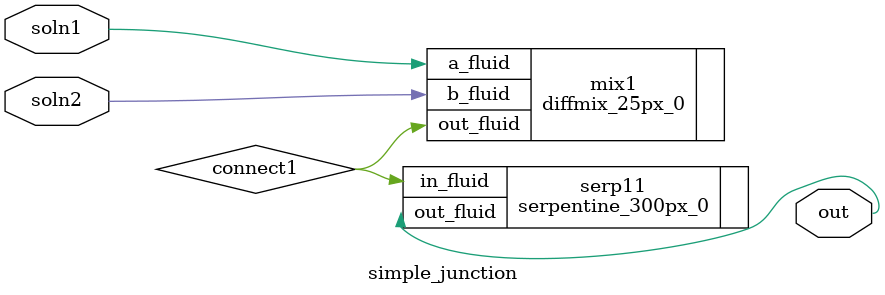
<source format=v>
module simple_junction (
    soln1,
    soln2,
    out
);

input   soln1, soln2;
output  out;

// connect0,  

wire    connect1;
//,  connect2,  connect4,  connect5,  connect6,  connect7;
//,  connect8,  connect9,  connect3, 
//        connect10, connect11, connect12;

// serpentine_25px_0   serp0   (.in_fluid(soln1), .out_fluid(connect0));

//serpentine_50px_0   serp1   (.in_fluid(soln1), .out_fluid(connect1));
//serpentine_150px_0  serp2   (.in_fluid(connect1), .out_fluid(connect2));

//diffmix_25px_0      mix0    (.a_fluid(soln1), .b_fluid(connect2), .out_fluid(connect3));

//serpentine_300px_0  serp3   (.in_fluid(soln2), .out_fluid(connect4));
//serpentine_300px_0  serp4   (.in_fluid(connect4), .out_fluid(connect5));
//serpentine_300px_0  serp5   (.in_fluid(connect5), .out_fluid(connect6));
//serpentine_300px_0  serp6   (.in_fluid(connect6), .out_fluid(connect8));
// serpentine_300px_0  serp7   (.in_fluid(connect8), .out_fluid(connect9));
// serpentine_300px_0  serp8   (.in_fluid(connect9), .out_fluid(connect10));
// serpentine_300px_0  serp9   (.in_fluid(connect10), .out_fluid(connect11));
// serpentine_300px_0  serp10  (.in_fluid(connect11), .out_fluid(connect12));

diffmix_25px_0      mix1    (.a_fluid(soln1), .b_fluid(soln2), .out_fluid(connect1));

serpentine_300px_0  serp11  (.in_fluid(connect1), .out_fluid(out));

endmodule
</source>
